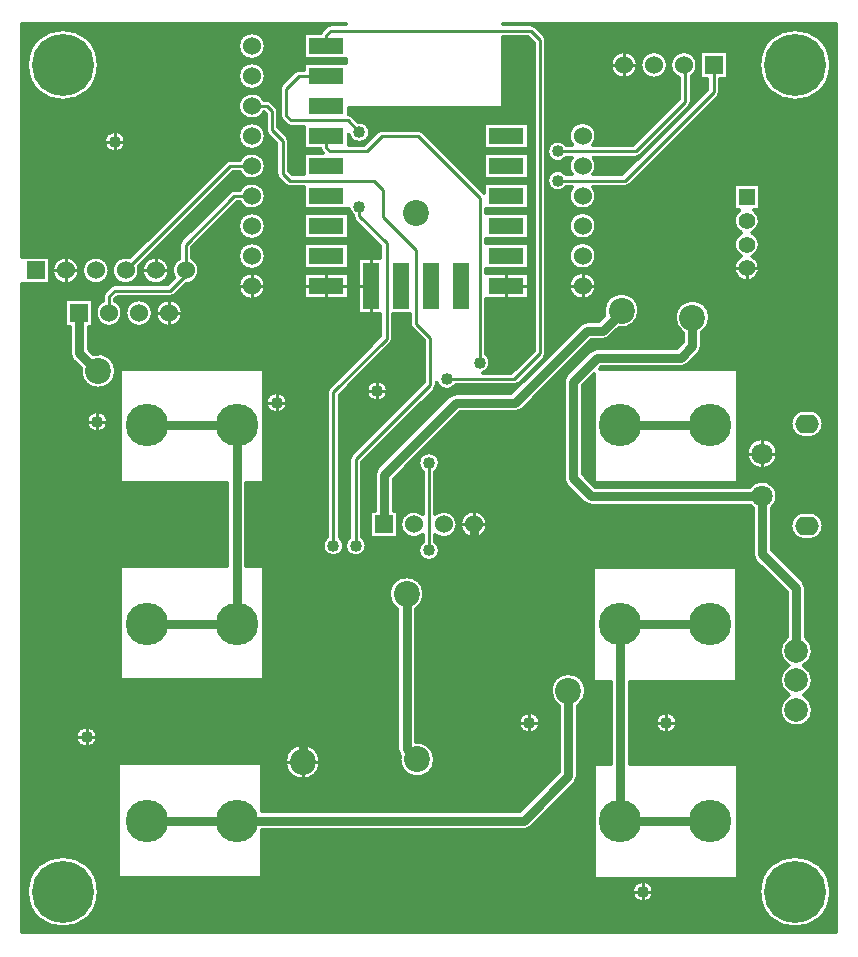
<source format=gbl>
G04 DesignSpark PCB Gerber Version 10.0 Build 5299*
%FSLAX35Y35*%
%MOMM*%
%ADD74R,1.35000X3.90000*%
%ADD120R,1.52400X1.52400*%
%ADD12C,0.25400*%
%ADD11C,0.30480*%
%ADD26C,0.80000*%
%ADD28C,1.01600*%
%ADD88C,1.40000*%
%ADD15C,1.52400*%
%ADD29C,1.80000*%
%ADD80C,2.00000*%
%ADD27C,2.20000*%
%ADD85C,3.60000*%
%ADD119O,2.00000X1.60000*%
%ADD73R,3.00000X1.35000*%
%ADD81C,5.25000*%
%ADD87R,1.42000X1.40000*%
%ADD89R,1.53000X1.52400*%
%ADD86R,1.54000X1.52400*%
X0Y0D02*
D02*
D11*
X1001120Y6258440D02*
Y771120D01*
X7889360D01*
Y8459360D01*
X5075240D01*
Y8458580D01*
X5305180D01*
G75*
G02*
X5342960Y8442960I70J-53340D01*
G01*
X5422960Y8362960D01*
G75*
G02*
X5438580Y8325240I-37720J-37720D01*
G01*
Y5675240D01*
G75*
G02*
X5422960Y5637520I-53340J0D01*
G01*
X5202960Y5417520D01*
G75*
G02*
X5165180Y5401900I-37710J37720D01*
G01*
X4669510D01*
G75*
G02*
X4508580Y5426060I-74270J53340D01*
G01*
Y5405240D01*
G75*
G02*
X4492960Y5367520I-53340J0D01*
G01*
X3878580Y4753150D01*
Y4119510D01*
G75*
G02*
X3916680Y4045240I-53340J-74270D01*
G01*
G75*
G02*
X3733800I-91440J0D01*
G01*
G75*
G02*
X3771900Y4119510I91440J0D01*
G01*
Y4775240D01*
G75*
G02*
X3787520Y4812960I53340J0D01*
G01*
X4401900Y5427330D01*
Y5783150D01*
X4297520Y5887520D01*
G75*
G02*
X4281900Y5925240I37720J37720D01*
G01*
Y6007640D01*
X4138580D01*
Y5795240D01*
G75*
G02*
X4122960Y5757520I-53340J0D01*
G01*
X3688580Y5323150D01*
Y4119510D01*
G75*
G02*
X3726680Y4045240I-53340J-74270D01*
G01*
G75*
G02*
X3543800I-91440J0D01*
G01*
G75*
G02*
X3581900Y4119510I91440J0D01*
G01*
Y5345240D01*
G75*
G02*
X3597520Y5382960I53340J0D01*
G01*
X4031900Y5817330D01*
Y6007640D01*
X3848140D01*
Y6478840D01*
X4031900D01*
Y6583150D01*
X3817520Y6797520D01*
G75*
G02*
X3801900Y6835240I37720J37720D01*
G01*
Y6840970D01*
G75*
G02*
X3765610Y6897140I53340J74270D01*
G01*
X3384640D01*
Y7081900D01*
X3265300D01*
G75*
G02*
X3227520Y7097520I-70J53340D01*
G01*
X3167520Y7157520D01*
G75*
G02*
X3151900Y7195240I37720J37720D01*
G01*
Y7453150D01*
X3077520Y7527520D01*
G75*
G02*
X3061900Y7565240I37720J37720D01*
G01*
Y7703150D01*
X3051150Y7713900D01*
X3049190D01*
G75*
G02*
X2828400Y7767240I-103950J53340D01*
G01*
G75*
G02*
X3049190Y7820580I116840J0D01*
G01*
X3073180D01*
G75*
G02*
X3110960Y7804960I70J-53340D01*
G01*
X3152960Y7762960D01*
G75*
G02*
X3168580Y7725240I-37720J-37720D01*
G01*
Y7587330D01*
X3242960Y7512960D01*
G75*
G02*
X3258580Y7475240I-37720J-37720D01*
G01*
Y7217330D01*
X3287330Y7188580D01*
X3384640D01*
Y7367340D01*
X3547710D01*
X3537520Y7377520D01*
G75*
G02*
X3522870Y7405140I37730J37710D01*
G01*
X3384640D01*
Y7591900D01*
X3275300D01*
G75*
G02*
X3237520Y7607520I-70J53340D01*
G01*
X3197520Y7647520D01*
G75*
G02*
X3181900Y7685240I37720J37720D01*
G01*
Y7915240D01*
G75*
G02*
X3197520Y7952960I53340J0D01*
G01*
X3303520Y8058960D01*
G75*
G02*
X3341300Y8074580I37710J-37720D01*
G01*
X3384640D01*
Y8129340D01*
X3745240D01*
Y8167140D01*
X3384640D01*
Y8383340D01*
X3525060D01*
G75*
G02*
X3537520Y8402960I50180J-18100D01*
G01*
X3577520Y8442960D01*
G75*
G02*
X3615300Y8458580I37710J-37720D01*
G01*
X3745240D01*
Y8459360D01*
X1001120D01*
Y6492040D01*
X1232040D01*
Y6258440D01*
X1001120D01*
X6741240Y8232040D02*
X6975540D01*
Y7998440D01*
X6908580D01*
Y7885240D01*
G75*
G02*
X6892960Y7847520I-53340J0D01*
G01*
X6142960Y7097520D01*
G75*
G02*
X6105180Y7081900I-37710J37720D01*
G01*
X5835110D01*
G75*
G02*
X5862080Y7007240I-89870J-74670D01*
G01*
G75*
G02*
X5628400I-116840J0D01*
G01*
G75*
G02*
X5655370Y7081900I116840J-10D01*
G01*
X5609510D01*
G75*
G02*
X5443800Y7135240I-74270J53340D01*
G01*
G75*
G02*
X5609510Y7188580I91440J0D01*
G01*
X5653740D01*
G75*
G02*
X5652190Y7331900I91500J72660D01*
G01*
X5609510D01*
G75*
G02*
X5443800Y7385240I-74270J53340D01*
G01*
G75*
G02*
X5609510Y7438580I91440J0D01*
G01*
X5657070D01*
G75*
G02*
X5628400Y7515240I88180J76670D01*
G01*
G75*
G02*
X5862080I116840J0D01*
G01*
G75*
G02*
X5833420Y7438580I-116840J-10D01*
G01*
X6173150D01*
X6561900Y7827330D01*
Y8006410D01*
G75*
G02*
X6604410Y8232080I42510J108830D01*
G01*
G75*
G02*
X6668580Y8017600I0J-116840D01*
G01*
Y7805240D01*
G75*
G02*
X6652960Y7767520I-53340J0D01*
G01*
X6232960Y7347520D01*
G75*
G02*
X6195180Y7331900I-37710J37720D01*
G01*
X5838290D01*
G75*
G02*
X5836740Y7188580I-93050J-70660D01*
G01*
X6083150D01*
X6801900Y7907330D01*
Y7998440D01*
X6741240D01*
Y8232040D01*
X7635880Y3270470D02*
G75*
G02*
X7619700Y3030240I-80640J-115230D01*
G01*
G75*
G02*
Y2780240I-64460J-125000D01*
G01*
G75*
G02*
X7695880Y2655240I-64460J-125000D01*
G01*
G75*
G02*
X7414600I-140640J0D01*
G01*
G75*
G02*
X7490780Y2780240I140640J0D01*
G01*
G75*
G02*
Y3030240I64460J125000D01*
G01*
G75*
G02*
X7474600Y3270470I64470J125000D01*
G01*
Y3651840D01*
X7208220Y3918220D01*
G75*
G02*
X7184600Y3975240I57020J57020D01*
G01*
Y4362460D01*
G75*
G02*
X7162460Y4384600I80640J102780D01*
G01*
X5815290D01*
G75*
G02*
X5758220Y4408220I-40J80650D01*
G01*
X5608220Y4558220D01*
G75*
G02*
X5584600Y4615240I57020J57020D01*
G01*
Y5435240D01*
G75*
G02*
X5608220Y5492260I80640J0D01*
G01*
X5808220Y5692260D01*
G75*
G02*
X5865290Y5715880I57030J-57030D01*
G01*
X6541840D01*
X6594600Y5768640D01*
Y5848000D01*
G75*
G02*
X6524600Y5975240I80640J127240D01*
G01*
G75*
G02*
X6825880I150640J0D01*
G01*
G75*
G02*
X6755880Y5848000I-150640J0D01*
G01*
Y5735240D01*
G75*
G02*
X6732260Y5678220I-80640J0D01*
G01*
X6632260Y5578220D01*
G75*
G02*
X6575190Y5554600I-57030J57030D01*
G01*
X5898640D01*
X5889280Y5545240D01*
X7065240D01*
Y4575240D01*
X5845240D01*
Y5048450D01*
G75*
G02*
Y5082030I219910J16790D01*
G01*
Y5501200D01*
X5745880Y5401840D01*
Y4648640D01*
X5848640Y4545880D01*
X7162460D01*
G75*
G02*
X7395880Y4465240I102780J-80640D01*
G01*
G75*
G02*
X7345880Y4362460I-130640J0D01*
G01*
Y4008640D01*
X7612260Y3742260D01*
G75*
G02*
X7635880Y3685240I-57020J-57020D01*
G01*
Y3270470D01*
X7242100Y1115240D02*
G75*
G02*
X7848380I303140J0D01*
G01*
G75*
G02*
X7242100I-303140J0D01*
G01*
X6145880Y2195240D02*
X7065240D01*
Y1225240D01*
X5845240D01*
Y1698450D01*
G75*
G02*
Y1732030I219910J16790D01*
G01*
Y2195240D01*
X5984600D01*
Y2895240D01*
X5835240D01*
Y3865240D01*
X7055240D01*
Y2895240D01*
X6145880D01*
Y2195240D01*
X6363800Y2545240D02*
G75*
G02*
X6546680I91440J0D01*
G01*
G75*
G02*
X6363800I-91440J0D01*
G01*
X6163800Y1115240D02*
G75*
G02*
X6346680I91440J0D01*
G01*
G75*
G02*
X6163800I-91440J0D01*
G01*
X5924600Y6035240D02*
G75*
G02*
X6225880I150640J0D01*
G01*
G75*
G02*
X6050660Y5886620I-150640J0D01*
G01*
X5972260Y5808220D01*
G75*
G02*
X5915190Y5784600I-57030J57030D01*
G01*
X5818640D01*
X5232260Y5198220D01*
G75*
G02*
X5175190Y5174600I-57030J57030D01*
G01*
X4708640D01*
X4145880Y4611840D01*
Y4342040D01*
X4179240D01*
Y4108440D01*
X3944940D01*
Y4342040D01*
X3984600D01*
Y4645240D01*
G75*
G02*
X4008220Y4702260I80640J0D01*
G01*
X4618220Y5312260D01*
G75*
G02*
X4675290Y5335880I57030J-57030D01*
G01*
X5141840D01*
X5728220Y5922260D01*
G75*
G02*
X5785290Y5945880I57030J-57030D01*
G01*
X5881840D01*
X5930270Y5994310D01*
G75*
G02*
X5924600Y6035240I144970J40940D01*
G01*
X5474600Y2815240D02*
G75*
G02*
X5775880I150640J0D01*
G01*
G75*
G02*
X5705880Y2688000I-150640J0D01*
G01*
Y2095240D01*
G75*
G02*
X5682260Y2038220I-80640J0D01*
G01*
X5302260Y1658220D01*
G75*
G02*
X5245190Y1634600I-57030J57030D01*
G01*
X3035240D01*
Y1235240D01*
X1815240D01*
Y2205240D01*
X3035240D01*
Y1795880D01*
X5211840D01*
X5544600Y2128640D01*
Y2688000D01*
G75*
G02*
X5474600Y2815240I80640J127240D01*
G01*
X5203800Y2545240D02*
G75*
G02*
X5386680I91440J0D01*
G01*
G75*
G02*
X5203800I-91440J0D01*
G01*
X4498580Y4317660D02*
G75*
G02*
X4686910Y4225240I71490J-92420D01*
G01*
G75*
G02*
X4498580Y4132820I-116840J0D01*
G01*
Y4079510D01*
G75*
G02*
X4536680Y4005240I-53340J-74270D01*
G01*
G75*
G02*
X4353800I-91440J0D01*
G01*
G75*
G02*
X4391900Y4079510I91440J0D01*
G01*
Y4136350D01*
G75*
G02*
X4199230Y4225240I-75830J88890D01*
G01*
G75*
G02*
X4391900Y4314130I116840J0D01*
G01*
Y4670970D01*
G75*
G02*
X4353800Y4745240I53340J74270D01*
G01*
G75*
G02*
X4536680I91440J0D01*
G01*
G75*
G02*
X4498580Y4670970I-91440J0D01*
G01*
Y4317660D01*
X4824070Y4342080D02*
G75*
G02*
X4940910Y4225240I0J-116840D01*
G01*
G75*
G02*
X4824070Y4108400I-116840J0D01*
G01*
G75*
G02*
X4707230Y4225240I0J116840D01*
G01*
G75*
G02*
X4824070Y4342080I116840J0D01*
G01*
X4335880Y2385590D02*
G75*
G02*
X4495880Y2235240I9360J-150350D01*
G01*
G75*
G02*
X4194600I-150640J0D01*
G01*
G75*
G02*
X4198250Y2268190I150650J-10D01*
G01*
X4198220Y2268220D01*
G75*
G02*
X4174600Y2325240I57020J57020D01*
G01*
Y3508000D01*
G75*
G02*
X4104600Y3635240I80640J127240D01*
G01*
G75*
G02*
X4405880I150640J0D01*
G01*
G75*
G02*
X4335880Y3508000I-150640J0D01*
G01*
Y2385590D01*
X5628400Y6245240D02*
G75*
G02*
X5862080I116840J0D01*
G01*
G75*
G02*
X5628400I-116840J0D01*
G01*
Y6499240D02*
G75*
G02*
X5862080I116840J0D01*
G01*
G75*
G02*
X5628400I-116840J0D01*
G01*
Y6753240D02*
G75*
G02*
X5862080I116840J0D01*
G01*
G75*
G02*
X5628400I-116840J0D01*
G01*
X6096410Y8232080D02*
G75*
G02*
X6213250Y8115240I0J-116840D01*
G01*
G75*
G02*
X6096410Y7998400I-116840J0D01*
G01*
G75*
G02*
X5979570Y8115240I0J116840D01*
G01*
G75*
G02*
X6096410Y8232080I116840J0D01*
G01*
X6350410D02*
G75*
G02*
X6467250Y8115240I0J-116840D01*
G01*
G75*
G02*
X6350410Y7998400I-116840J0D01*
G01*
G75*
G02*
X6233570Y8115240I0J116840D01*
G01*
G75*
G02*
X6350410Y8232080I116840J0D01*
G01*
X7023640Y7105840D02*
X7246840D01*
Y6884640D01*
X7200420D01*
G75*
G02*
X7182580Y6695240I-65180J-89400D01*
G01*
G75*
G02*
Y6495240I-47340J-100000D01*
G01*
G75*
G02*
X7135240Y6284600I-47340J-100000D01*
G01*
G75*
G02*
X7087900Y6495240I0J110640D01*
G01*
G75*
G02*
Y6695240I47340J100000D01*
G01*
G75*
G02*
X7070060Y6884640I47340J100000D01*
G01*
X7023640D01*
Y7105840D01*
X7134600Y4825240D02*
G75*
G02*
X7395880I130640J0D01*
G01*
G75*
G02*
X7134600I-130640J0D01*
G01*
X7242100Y8115240D02*
G75*
G02*
X7848380I303140J0D01*
G01*
G75*
G02*
X7242100I-303140J0D01*
G01*
X7665240Y4333840D02*
G75*
G02*
X7785840Y4213240I0J-120600D01*
G01*
G75*
G02*
X7665240Y4092640I-120600J0D01*
G01*
X7625240D01*
G75*
G02*
X7504640Y4213240I0J120600D01*
G01*
G75*
G02*
X7625240Y4333840I120600J0D01*
G01*
X7665240D01*
Y5197840D02*
G75*
G02*
X7785840Y5077240I0J-120600D01*
G01*
G75*
G02*
X7665240Y4956640I-120600J0D01*
G01*
X7625240D01*
G75*
G02*
X7504640Y5077240I0J120600D01*
G01*
G75*
G02*
X7625240Y5197840I120600J0D01*
G01*
X7665240D01*
X3913800Y5355240D02*
G75*
G02*
X4096680I91440J0D01*
G01*
G75*
G02*
X3913800I-91440J0D01*
G01*
X3384640Y6351340D02*
X3765840D01*
Y6135140D01*
X3384640D01*
Y6351340D01*
Y6605340D02*
X3765840D01*
Y6389140D01*
X3384640D01*
Y6605340D01*
Y6859340D02*
X3765840D01*
Y6643140D01*
X3384640D01*
Y6859340D01*
X3063800Y5255240D02*
G75*
G02*
X3246680I91440J0D01*
G01*
G75*
G02*
X3063800I-91440J0D01*
G01*
X3224600Y2215240D02*
G75*
G02*
X3525880I150640J0D01*
G01*
G75*
G02*
X3224600I-150640J0D01*
G01*
X1042100Y8115240D02*
G75*
G02*
X1648380I303140J0D01*
G01*
G75*
G02*
X1042100I-303140J0D01*
G01*
X1623240Y6492080D02*
G75*
G02*
Y6258400I0J-116840D01*
G01*
G75*
G02*
X1506400Y6375240I0J116840D01*
G01*
G75*
G02*
X1623240Y6492080I116840J0D01*
G01*
X2841290Y7312580D02*
G75*
G02*
X3062080Y7259240I103950J-53340D01*
G01*
G75*
G02*
X2841290Y7205900I-116840J0D01*
G01*
X2783330D01*
X1988460Y6411030D01*
G75*
G02*
X1883720Y6258580I-111220J-35790D01*
G01*
X2124760D01*
G75*
G02*
X2131240Y6492080I6480J116660D01*
G01*
G75*
G02*
X2137720Y6258580I0J-116840D01*
G01*
X2233150D01*
X2286830Y6312260D01*
G75*
G02*
X2331900Y6479190I98410J62980D01*
G01*
Y6595240D01*
G75*
G02*
X2347520Y6632960I53340J0D01*
G01*
X2757520Y7042960D01*
G75*
G02*
X2795300Y7058580I37710J-37720D01*
G01*
X2841290D01*
G75*
G02*
X3062080Y7005240I103950J-53340D01*
G01*
G75*
G02*
X2841290Y6951900I-116840J0D01*
G01*
X2817330D01*
X2438580Y6573150D01*
Y6479190D01*
G75*
G02*
X2385240Y6258400I-53340J-103950D01*
G01*
G75*
G02*
X2383840Y6258410I140J117100D01*
G01*
X2292960Y6167520D01*
G75*
G02*
X2255180Y6151900I-37710J37720D01*
G01*
X1808160D01*
X1789410Y6133150D01*
Y6119190D01*
G75*
G02*
X1736070Y5898400I-53340J-103950D01*
G01*
G75*
G02*
X1682730Y6119190I0J116840D01*
G01*
Y6155240D01*
G75*
G02*
X1698350Y6192960I53340J0D01*
G01*
X1748350Y6242960D01*
G75*
G02*
X1786130Y6258580I37710J-37720D01*
G01*
X1870760D01*
G75*
G02*
X1877240Y6492080I6480J116660D01*
G01*
G75*
G02*
X1913030Y6486460I-10J-116840D01*
G01*
X2723520Y7296960D01*
G75*
G02*
X2761300Y7312580I37710J-37720D01*
G01*
X2841290D01*
X2828400Y6243240D02*
G75*
G02*
X3062080I116840J0D01*
G01*
G75*
G02*
X2828400I-116840J0D01*
G01*
Y6497240D02*
G75*
G02*
X3062080I116840J0D01*
G01*
G75*
G02*
X2828400I-116840J0D01*
G01*
Y6751240D02*
G75*
G02*
X3062080I116840J0D01*
G01*
G75*
G02*
X2828400I-116840J0D01*
G01*
X1990070Y6132080D02*
G75*
G02*
X2106910Y6015240I0J-116840D01*
G01*
G75*
G02*
X1990070Y5898400I-116840J0D01*
G01*
G75*
G02*
X1873230Y6015240I0J116840D01*
G01*
G75*
G02*
X1990070Y6132080I116840J0D01*
G01*
X2244070D02*
G75*
G02*
X2360910Y6015240I0J-116840D01*
G01*
G75*
G02*
X2244070Y5898400I-116840J0D01*
G01*
G75*
G02*
X2127230Y6015240I0J116840D01*
G01*
G75*
G02*
X2244070Y6132080I116840J0D01*
G01*
X1825240Y5545240D02*
X3045240D01*
Y4575240D01*
X2895880D01*
Y3875240D01*
X3045240D01*
Y2905240D01*
X1825240D01*
Y3875240D01*
X2734600D01*
Y4575240D01*
X1825240D01*
Y5545240D01*
X1369240Y6492080D02*
G75*
G02*
X1486080Y6375240I0J-116840D01*
G01*
G75*
G02*
X1369240Y6258400I-116840J0D01*
G01*
G75*
G02*
X1252400Y6375240I0J116840D01*
G01*
G75*
G02*
X1369240Y6492080I116840J0D01*
G01*
X1604310Y5670210D02*
G75*
G02*
X1795880Y5525240I40930J-144970D01*
G01*
G75*
G02*
X1494600I-150640J0D01*
G01*
G75*
G02*
X1496620Y5549820I150660J-10D01*
G01*
X1425050Y5621390D01*
G75*
G02*
X1401430Y5678410I57020J57020D01*
G01*
Y5898440D01*
X1364440D01*
Y6132040D01*
X1599740D01*
Y5898440D01*
X1562710D01*
Y5711810D01*
X1604310Y5670210D01*
X1543800Y5095240D02*
G75*
G02*
X1726680I91440J0D01*
G01*
G75*
G02*
X1543800I-91440J0D01*
G01*
X1453800Y2425240D02*
G75*
G02*
X1636680I91440J0D01*
G01*
G75*
G02*
X1453800I-91440J0D01*
G01*
X1693800Y7465240D02*
G75*
G02*
X1876680I91440J0D01*
G01*
G75*
G02*
X1693800I-91440J0D01*
G01*
X2828400Y7513240D02*
G75*
G02*
X3062080I116840J0D01*
G01*
G75*
G02*
X2828400I-116840J0D01*
G01*
Y8021240D02*
G75*
G02*
X3062080I116840J0D01*
G01*
G75*
G02*
X2828400I-116840J0D01*
G01*
Y8275240D02*
G75*
G02*
X3062080I116840J0D01*
G01*
G75*
G02*
X2828400I-116840J0D01*
G01*
X1042100Y1115240D02*
G75*
G02*
X1648380I303140J0D01*
G01*
G75*
G02*
X1042100I-303140J0D01*
G01*
X1016360D02*
G36*
X1016360Y1115240D02*
Y786360D01*
X7874120D01*
Y1115240D01*
X7848380D01*
G75*
G02*
X7242100I-303140J0D01*
G01*
X6346680D01*
G75*
G02*
X6163800I-91440J0D01*
G01*
X1648380D01*
G75*
G02*
X1042100I-303140J0D01*
G01*
X1016360D01*
G37*
Y2215240D02*
G36*
X1016360Y2215240D02*
Y1115240D01*
X1042100D01*
G75*
G02*
X1648380I303140J0D01*
G01*
X6163800D01*
G75*
G02*
X6346680I91440J0D01*
G01*
X7242100D01*
G75*
G02*
X7848380I303140J0D01*
G01*
X7874120D01*
Y2215240D01*
X6145880D01*
Y2195240D01*
X7065240D01*
Y1225240D01*
X5845240D01*
Y1698450D01*
G75*
G02*
X5844600Y1715240I219960J16790D01*
G01*
G75*
G02*
X5845240Y1732030I220600J0D01*
G01*
Y2195240D01*
X5984600D01*
Y2215240D01*
X5705880D01*
Y2095240D01*
G75*
G02*
X5682260Y2038220I-80650J10D01*
G01*
X5302260Y1658220D01*
G75*
G02*
X5245190Y1634600I-57020J57010D01*
G01*
X3035240D01*
Y1235240D01*
X1815240D01*
Y2205240D01*
X3035240D01*
Y1795880D01*
X5211840D01*
X5544600Y2128640D01*
Y2215240D01*
X4494550D01*
G75*
G02*
X4195930I-149310J20000D01*
G01*
X3525880D01*
G75*
G02*
X3224600I-150640J0D01*
G01*
X1016360D01*
G37*
Y2425240D02*
G36*
X1016360Y2425240D02*
Y2215240D01*
X3224600D01*
G75*
G02*
X3525880I150640J0D01*
G01*
X4195930D01*
G75*
G02*
X4194600Y2235240I149320J19970D01*
G01*
G75*
G02*
X4198250Y2268190I151260J-80D01*
G01*
X4198220Y2268220D01*
G75*
G02*
X4174600Y2325240I57030J57030D01*
G01*
Y2425240D01*
X1636680D01*
G75*
G02*
X1453800I-91440J0D01*
G01*
X1016360D01*
G37*
X4335880D02*
G36*
X4335880Y2425240D02*
Y2385590D01*
G75*
G02*
X4495880Y2235250I9370J-150340D01*
G01*
G75*
G02*
Y2235240I-190990J0D01*
G01*
G75*
G02*
X4494550Y2215240I-150650J-30D01*
G01*
X5544600D01*
Y2425240D01*
X4335880D01*
G37*
X5705880D02*
G36*
X5705880Y2425240D02*
Y2215240D01*
X5984600D01*
Y2425240D01*
X5705880D01*
G37*
X6145880D02*
G36*
X6145880Y2425240D02*
Y2215240D01*
X7874120D01*
Y2425240D01*
X6145880D01*
G37*
X1016360Y2545240D02*
G36*
X1016360Y2545240D02*
Y2425240D01*
X1453800D01*
G75*
G02*
X1636680I91440J0D01*
G01*
X4174600D01*
Y2545240D01*
X1016360D01*
G37*
X4335880D02*
G36*
X4335880Y2545240D02*
Y2425240D01*
X5544600D01*
Y2545240D01*
X5386680D01*
G75*
G02*
X5203800I-91440J0D01*
G01*
X4335880D01*
G37*
X5705880D02*
G36*
X5705880Y2545240D02*
Y2425240D01*
X5984600D01*
Y2545240D01*
X5705880D01*
G37*
X6145880D02*
G36*
X6145880Y2545240D02*
Y2425240D01*
X7874120D01*
Y2545240D01*
X7642870D01*
G75*
G02*
X7467610I-87630J110000D01*
G01*
X6546680D01*
G75*
G02*
X6363800I-91440J0D01*
G01*
X6145880D01*
G37*
X1016360Y4213240D02*
G36*
X1016360Y4213240D02*
Y2545240D01*
X4174600D01*
Y3508000D01*
G75*
G02*
X4104600Y3635240I80680J127260D01*
G01*
G75*
G02*
X4405880I150640J0D01*
G01*
G75*
G02*
X4335880Y3508000I-150680J20D01*
G01*
Y2545240D01*
X5203800D01*
G75*
G02*
X5386680I91440J0D01*
G01*
X5544600D01*
Y2688000D01*
G75*
G02*
X5474600Y2815240I80680J127260D01*
G01*
G75*
G02*
X5775880I150640J0D01*
G01*
G75*
G02*
X5705880Y2688000I-150680J20D01*
G01*
Y2545240D01*
X5984600D01*
Y2895240D01*
X5835240D01*
Y3865240D01*
X7055240D01*
Y2895240D01*
X6145880D01*
Y2545240D01*
X6363800D01*
G75*
G02*
X6546680I91440J0D01*
G01*
X7467610D01*
G75*
G02*
X7414600Y2655240I87630J110000D01*
G01*
G75*
G02*
Y2655250I114590J10D01*
G01*
G75*
G02*
X7490780Y2780240I140620J0D01*
G01*
G75*
G02*
X7414600Y2905240I64460J125000D01*
G01*
G75*
G02*
X7490780Y3030240I140640J0D01*
G01*
G75*
G02*
X7414600Y3155240I64470J125000D01*
G01*
G75*
G02*
X7474600Y3270470I140650J0D01*
G01*
Y3651840D01*
X7208220Y3918220D01*
G75*
G02*
X7184600Y3975240I57030J57030D01*
G01*
Y4213240D01*
X4940290D01*
G75*
G02*
X4824070Y4108400I-116220J11990D01*
G01*
G75*
G02*
X4707850Y4213240I0J116830D01*
G01*
X4686290D01*
G75*
G02*
X4498580Y4132820I-116230J12010D01*
G01*
Y4079510D01*
G75*
G02*
X4536680Y4005250I-53320J-74260D01*
G01*
G75*
G02*
Y4005240I-95490J0D01*
G01*
G75*
G02*
X4353800I-91440J0D01*
G01*
G75*
G02*
Y4005250I95490J10D01*
G01*
G75*
G02*
X4391900Y4079510I91420J0D01*
G01*
Y4136350D01*
G75*
G02*
X4199850Y4213240I-75830J88890D01*
G01*
X4179240D01*
Y4108440D01*
X3944940D01*
Y4213240D01*
X3878580D01*
Y4119510D01*
G75*
G02*
X3916680Y4045250I-53320J-74260D01*
G01*
G75*
G02*
Y4045240I-95490J0D01*
G01*
G75*
G02*
X3733800I-91440J0D01*
G01*
G75*
G02*
Y4045250I95490J10D01*
G01*
G75*
G02*
X3771900Y4119510I91420J0D01*
G01*
Y4213240D01*
X3688580D01*
Y4119510D01*
G75*
G02*
X3726680Y4045250I-53320J-74260D01*
G01*
G75*
G02*
Y4045240I-95490J0D01*
G01*
G75*
G02*
X3543800I-91440J0D01*
G01*
G75*
G02*
Y4045250I95490J10D01*
G01*
G75*
G02*
X3581900Y4119510I91420J0D01*
G01*
Y4213240D01*
X2895880D01*
Y3875240D01*
X3045240D01*
Y2905240D01*
X1825240D01*
Y3875240D01*
X2734600D01*
Y4213240D01*
X1016360D01*
G37*
X7345880D02*
G36*
X7345880Y4213240D02*
Y4008640D01*
X7612260Y3742260D01*
G75*
G02*
X7635880Y3685240I-57030J-57030D01*
G01*
Y3270470D01*
G75*
G02*
X7695880Y3155240I-80650J-115230D01*
G01*
G75*
G02*
X7619700Y3030240I-140650J0D01*
G01*
G75*
G02*
X7695880Y2905240I-64460J-125000D01*
G01*
G75*
G02*
X7619700Y2780240I-140640J0D01*
G01*
G75*
G02*
X7695880Y2655250I-64440J-124990D01*
G01*
G75*
G02*
Y2655240I-114590J0D01*
G01*
G75*
G02*
X7642870Y2545240I-140640J0D01*
G01*
X7874120D01*
Y4213240D01*
X7785840D01*
G75*
G02*
Y4213230I-143240J0D01*
G01*
G75*
G02*
X7665240Y4092640I-120600J0D01*
G01*
X7625240D01*
G75*
G02*
X7504640Y4213230I0J120590D01*
G01*
G75*
G02*
Y4213240I143240J10D01*
G01*
X7345880D01*
G37*
X1016360Y4320240D02*
G36*
X1016360Y4320240D02*
Y4213240D01*
X2734600D01*
Y4320240D01*
X1016360D01*
G37*
X2895880D02*
G36*
X2895880Y4320240D02*
Y4213240D01*
X3581900D01*
Y4320240D01*
X2895880D01*
G37*
X3688580D02*
G36*
X3688580Y4320240D02*
Y4213240D01*
X3771900D01*
Y4320240D01*
X3688580D01*
G37*
X3878580D02*
G36*
X3878580Y4320240D02*
Y4213240D01*
X3944940D01*
Y4320240D01*
X3878580D01*
G37*
X4179240D02*
G36*
X4179240Y4320240D02*
Y4213240D01*
X4199850D01*
G75*
G02*
X4199230Y4225240I116240J12020D01*
G01*
G75*
G02*
X4248050Y4320240I116840J0D01*
G01*
X4179240D01*
G37*
X4384090D02*
G36*
X4384090Y4320240D02*
G75*
G02*
X4391900Y4314130I-68020J-95000D01*
G01*
Y4320240D01*
X4384090D01*
G37*
X4498580D02*
G36*
X4498580Y4320240D02*
Y4317660D01*
G75*
G02*
X4502050Y4320240I71490J-92520D01*
G01*
X4498580D01*
G37*
X4686910Y4225240D02*
G36*
X4686910Y4225240D02*
G75*
G02*
X4686290Y4213240I-116860J20D01*
G01*
X4707850D01*
G75*
G02*
X4707230Y4225230I116180J12020D01*
G01*
G75*
G02*
Y4225240I286480J10D01*
G01*
G75*
G02*
Y4225250I286480J10D01*
G01*
G75*
G02*
X4756050Y4320240I116830J-10D01*
G01*
X4638080D01*
G75*
G02*
X4686910Y4225240I-68020J-95010D01*
G01*
G37*
X4940910Y4225230D02*
G36*
X4940910Y4225230D02*
G75*
G02*
X4940290Y4213240I-116800J30D01*
G01*
X7184600D01*
Y4320240D01*
X4892090D01*
G75*
G02*
X4940910Y4225250I-68010J-95000D01*
G01*
G75*
G02*
Y4225240I-286480J0D01*
G01*
G75*
G02*
Y4225230I-286480J0D01*
G01*
G37*
X7345880Y4320240D02*
G36*
X7345880Y4320240D02*
Y4213240D01*
X7504640D01*
G75*
G02*
Y4213250I143240J10D01*
G01*
G75*
G02*
X7569600Y4320240I120590J0D01*
G01*
X7345880D01*
G37*
X7785840Y4213250D02*
G36*
X7785840Y4213250D02*
G75*
G02*
Y4213240I-143240J0D01*
G01*
X7874120D01*
Y4320240D01*
X7720880D01*
G75*
G02*
X7785840Y4213250I-55630J-106990D01*
G01*
G37*
X1016360Y4825240D02*
G36*
X1016360Y4825240D02*
Y4320240D01*
X2734600D01*
Y4575240D01*
X1825240D01*
Y4825240D01*
X1016360D01*
G37*
X2895880Y4575240D02*
G36*
X2895880Y4575240D02*
Y4320240D01*
X3581900D01*
Y4825240D01*
X3045240D01*
Y4575240D01*
X2895880D01*
G37*
X3688580Y4825240D02*
G36*
X3688580Y4825240D02*
Y4320240D01*
X3771900D01*
Y4775240D01*
G75*
G02*
X3787520Y4812960I53380J-10D01*
G01*
X3799800Y4825240D01*
X3688580D01*
G37*
X3878580Y4753150D02*
G36*
X3878580Y4753150D02*
Y4320240D01*
X3944940D01*
Y4342040D01*
X3984600D01*
Y4645240D01*
G75*
G02*
X4008220Y4702260I80650J-10D01*
G01*
X4131200Y4825240D01*
X3950670D01*
X3878580Y4753150D01*
G37*
X4145880Y4611840D02*
G36*
X4145880Y4611840D02*
Y4342040D01*
X4179240D01*
Y4320240D01*
X4248050D01*
G75*
G02*
X4384090I68020J-95010D01*
G01*
X4391900D01*
Y4670970D01*
G75*
G02*
X4353800Y4745230I53320J74260D01*
G01*
G75*
G02*
Y4745240I95490J10D01*
G01*
G75*
G02*
X4400950Y4825240I91440J0D01*
G01*
X4359280D01*
X4145880Y4611840D01*
G37*
X4498580Y4670970D02*
G36*
X4498580Y4670970D02*
Y4320240D01*
X4502050D01*
G75*
G02*
X4638080I68020J-95000D01*
G01*
X4756050D01*
G75*
G02*
X4824070Y4342080I68020J-94990D01*
G01*
G75*
G02*
X4892090Y4320240I0J-116830D01*
G01*
X7184600D01*
Y4362460D01*
G75*
G02*
X7162460Y4384600I80050J102190D01*
G01*
X5815290D01*
G75*
G02*
X5758220Y4408220I-50J80630D01*
G01*
X5608220Y4558220D01*
G75*
G02*
X5584600Y4615240I57030J57030D01*
G01*
Y4825240D01*
X4489530D01*
G75*
G02*
X4536680Y4745240I-44290J-80000D01*
G01*
G75*
G02*
Y4745230I-95490J0D01*
G01*
G75*
G02*
X4498580Y4670970I-91420J0D01*
G01*
G37*
X5745880Y4825240D02*
G36*
X5745880Y4825240D02*
Y4648640D01*
X5848640Y4545880D01*
X7162460D01*
G75*
G02*
X7395880Y4465240I102780J-80640D01*
G01*
G75*
G02*
Y4465220I-190990J-10D01*
G01*
G75*
G02*
X7345880Y4362460I-130600J0D01*
G01*
Y4320240D01*
X7569600D01*
G75*
G02*
X7625240Y4333840I55630J-106990D01*
G01*
X7665240D01*
G75*
G02*
X7720880Y4320240I10J-120590D01*
G01*
X7874120D01*
Y4825240D01*
X7395880D01*
G75*
G02*
X7134600I-130640J0D01*
G01*
X7065240D01*
Y4575240D01*
X5845240D01*
Y4825240D01*
X5745880D01*
G37*
X1016360Y5077240D02*
G36*
X1016360Y5077240D02*
Y4825240D01*
X1825240D01*
Y5077240D01*
X1724890D01*
G75*
G02*
X1545590I-89650J18000D01*
G01*
X1016360D01*
G37*
X3045240D02*
G36*
X3045240Y5077240D02*
Y4825240D01*
X3581900D01*
Y5077240D01*
X3045240D01*
G37*
X3688580D02*
G36*
X3688580Y5077240D02*
Y4825240D01*
X3799800D01*
X4051800Y5077240D01*
X3688580D01*
G37*
X3950670Y4825240D02*
G36*
X3950670Y4825240D02*
X4131200D01*
X4383200Y5077240D01*
X4202680D01*
X3950670Y4825240D01*
G37*
X4359280D02*
G36*
X4359280Y4825240D02*
X4400950D01*
G75*
G02*
X4489530I44290J-80010D01*
G01*
X5584600D01*
Y5077240D01*
X4611280D01*
X4359280Y4825240D01*
G37*
X5745880Y5077240D02*
G36*
X5745880Y5077240D02*
Y4825240D01*
X5845240D01*
Y5048450D01*
G75*
G02*
X5844600Y5065240I219960J16790D01*
G01*
G75*
G02*
X5844930Y5077240I220620J-60D01*
G01*
X5745880D01*
G37*
X7065240D02*
G36*
X7065240Y5077240D02*
Y4825240D01*
X7134600D01*
G75*
G02*
X7395880I130640J0D01*
G01*
X7874120D01*
Y5077240D01*
X7785840D01*
G75*
G02*
Y5077230I-143240J0D01*
G01*
G75*
G02*
X7665240Y4956640I-120600J0D01*
G01*
X7625240D01*
G75*
G02*
X7504640Y5077230I0J120590D01*
G01*
G75*
G02*
Y5077240I143240J10D01*
G01*
X7065240D01*
G37*
X1016360Y5255240D02*
G36*
X1016360Y5255240D02*
Y5077240D01*
X1545590D01*
G75*
G02*
X1543800Y5095240I89660J18000D01*
G01*
G75*
G02*
X1726680I91440J0D01*
G01*
G75*
G02*
X1724890Y5077240I-91450J0D01*
G01*
X1825240D01*
Y5255240D01*
X1016360D01*
G37*
X3045240D02*
G36*
X3045240Y5255240D02*
Y5077240D01*
X3581900D01*
Y5255240D01*
X3246680D01*
G75*
G02*
X3063800I-91440J0D01*
G01*
X3045240D01*
G37*
X3688580D02*
G36*
X3688580Y5255240D02*
Y5077240D01*
X4051800D01*
X4229810Y5255240D01*
X3688580D01*
G37*
X4380680D02*
G36*
X4380680Y5255240D02*
X4202680Y5077240D01*
X4383200D01*
X4561200Y5255240D01*
X4380680D01*
G37*
X4708640Y5174600D02*
G36*
X4708640Y5174600D02*
X4611280Y5077240D01*
X5584600D01*
Y5255240D01*
X5289280D01*
X5232260Y5198220D01*
G75*
G02*
X5175190Y5174600I-57020J57010D01*
G01*
X4708640D01*
G37*
X5745880Y5255240D02*
G36*
X5745880Y5255240D02*
Y5077240D01*
X5844930D01*
G75*
G02*
X5845240Y5082030I220230J-11850D01*
G01*
Y5255240D01*
X5745880D01*
G37*
X7065240D02*
G36*
X7065240Y5255240D02*
Y5077240D01*
X7504640D01*
G75*
G02*
Y5077250I143240J10D01*
G01*
G75*
G02*
X7625240Y5197840I120600J0D01*
G01*
X7665240D01*
G75*
G02*
X7785840Y5077250I0J-120590D01*
G01*
G75*
G02*
Y5077240I-143240J0D01*
G01*
X7874120D01*
Y5255240D01*
X7065240D01*
G37*
X1016360Y5355240D02*
G36*
X1016360Y5355240D02*
Y5255240D01*
X1825240D01*
Y5355240D01*
X1016360D01*
G37*
X3045240D02*
G36*
X3045240Y5355240D02*
Y5255240D01*
X3063800D01*
G75*
G02*
X3246680I91440J0D01*
G01*
X3581900D01*
Y5345240D01*
G75*
G02*
X3582850Y5355240I53380J-30D01*
G01*
X3045240D01*
G37*
X3688580Y5323150D02*
G36*
X3688580Y5323150D02*
Y5255240D01*
X4229810D01*
X4329810Y5355240D01*
X4096680D01*
G75*
G02*
X3913800I-91440J0D01*
G01*
X3720670D01*
X3688580Y5323150D01*
G37*
X4480680Y5355240D02*
G36*
X4480680Y5355240D02*
X4380680Y5255240D01*
X4561200D01*
X4618220Y5312260D01*
G75*
G02*
X4675290Y5335880I57020J-57010D01*
G01*
X5141840D01*
X5161200Y5355240D01*
X4480680D01*
G37*
X5389280D02*
G36*
X5389280Y5355240D02*
X5289280Y5255240D01*
X5584600D01*
Y5355240D01*
X5389280D01*
G37*
X5745880D02*
G36*
X5745880Y5355240D02*
Y5255240D01*
X5845240D01*
Y5355240D01*
X5745880D01*
G37*
X7065240D02*
G36*
X7065240Y5355240D02*
Y5255240D01*
X7874120D01*
Y5355240D01*
X7065240D01*
G37*
X1016360Y6015240D02*
G36*
X1016360Y6015240D02*
Y5355240D01*
X1825240D01*
Y5545240D01*
X3045240D01*
Y5355240D01*
X3582850D01*
G75*
G02*
X3597520Y5382960I52430J-10000D01*
G01*
X4031900Y5817330D01*
Y6007640D01*
X3848140D01*
Y6015240D01*
X2360910D01*
G75*
G02*
Y6015230I-286480J0D01*
G01*
G75*
G02*
X2244070Y5898400I-116840J0D01*
G01*
G75*
G02*
X2127230Y6015230I0J116830D01*
G01*
G75*
G02*
Y6015240I286480J10D01*
G01*
X2106910D01*
G75*
G02*
Y6015230I-286480J0D01*
G01*
G75*
G02*
X1990070Y5898400I-116840J0D01*
G01*
G75*
G02*
X1873230Y6015230I0J116830D01*
G01*
G75*
G02*
Y6015240I286480J10D01*
G01*
X1852910D01*
G75*
G02*
X1736070Y5898400I-116840J0D01*
G01*
G75*
G02*
X1619230Y6015240I0J116840D01*
G01*
X1599740D01*
Y5898440D01*
X1562710D01*
Y5711810D01*
X1604310Y5670210D01*
G75*
G02*
X1795880Y5525240I40930J-144970D01*
G01*
G75*
G02*
X1494600I-150640J0D01*
G01*
G75*
G02*
X1496620Y5549820I151830J-100D01*
G01*
X1425050Y5621390D01*
G75*
G02*
X1401430Y5678410I57030J57030D01*
G01*
Y5898440D01*
X1364440D01*
Y6015240D01*
X1016360D01*
G37*
X3720670Y5355240D02*
G36*
X3720670Y5355240D02*
X3913800D01*
G75*
G02*
X4096680I91440J0D01*
G01*
X4329810D01*
X4401900Y5427330D01*
Y5783150D01*
X4297520Y5887520D01*
G75*
G02*
X4281900Y5925240I37760J37730D01*
G01*
Y6007640D01*
X4138580D01*
Y5795240D01*
G75*
G02*
X4122960Y5757520I-53380J10D01*
G01*
X3720670Y5355240D01*
G37*
X4492960Y5367520D02*
G36*
X4492960Y5367520D02*
X4480680Y5355240D01*
X5161200D01*
X5728220Y5922260D01*
G75*
G02*
X5785290Y5945880I57020J-57010D01*
G01*
X5881840D01*
X5930270Y5994310D01*
G75*
G02*
X5925930Y6015240I144470J40870D01*
G01*
X5438580D01*
Y5675240D01*
G75*
G02*
X5422960Y5637520I-53380J10D01*
G01*
X5202960Y5417520D01*
G75*
G02*
X5165180Y5401900I-37720J37740D01*
G01*
X4669510D01*
G75*
G02*
X4508580Y5426060I-74270J53330D01*
G01*
Y5405240D01*
G75*
G02*
X4492960Y5367520I-53380J10D01*
G01*
G37*
X5389280Y5355240D02*
G36*
X5389280Y5355240D02*
X5584600D01*
Y5435240D01*
G75*
G02*
X5608220Y5492260I80650J-10D01*
G01*
X5808220Y5692260D01*
G75*
G02*
X5865290Y5715880I57020J-57010D01*
G01*
X6541840D01*
X6594600Y5768640D01*
Y5848000D01*
G75*
G02*
X6524600Y5975240I80680J127260D01*
G01*
G75*
G02*
X6530010Y6015240I150650J-10D01*
G01*
X6224550D01*
G75*
G02*
X6050660Y5886620I-149310J20000D01*
G01*
X5972260Y5808220D01*
G75*
G02*
X5915190Y5784600I-57020J57010D01*
G01*
X5818640D01*
X5389280Y5355240D01*
G37*
X5745880Y5401840D02*
G36*
X5745880Y5401840D02*
Y5355240D01*
X5845240D01*
Y5501200D01*
X5745880Y5401840D01*
G37*
X5898640Y5554600D02*
G36*
X5898640Y5554600D02*
X5889280Y5545240D01*
X7065240D01*
Y5355240D01*
X7874120D01*
Y6015240D01*
X6820470D01*
G75*
G02*
X6825880Y5975240I-145240J-40010D01*
G01*
G75*
G02*
X6755880Y5848000I-150680J20D01*
G01*
Y5735240D01*
G75*
G02*
X6732260Y5678220I-80650J10D01*
G01*
X6632260Y5578220D01*
G75*
G02*
X6575190Y5554600I-57020J57010D01*
G01*
X5898640D01*
G37*
X1016360Y6245240D02*
G36*
X1016360Y6245240D02*
Y6015240D01*
X1364440D01*
Y6132040D01*
X1599740D01*
Y6015240D01*
X1619230D01*
G75*
G02*
X1682730Y6119190I116840J0D01*
G01*
Y6155240D01*
G75*
G02*
X1698350Y6192960I53380J-10D01*
G01*
X1748350Y6242960D01*
G75*
G02*
X1750780Y6245240I37720J-37770D01*
G01*
X1016360D01*
G37*
X1789410Y6133150D02*
G36*
X1789410Y6133150D02*
Y6119190D01*
G75*
G02*
X1852910Y6015240I-53340J-103950D01*
G01*
X1873230D01*
G75*
G02*
Y6015250I286480J10D01*
G01*
G75*
G02*
X1990070Y6132080I116840J0D01*
G01*
G75*
G02*
X2106910Y6015250I0J-116830D01*
G01*
G75*
G02*
Y6015240I-286480J0D01*
G01*
X2127230D01*
G75*
G02*
Y6015250I286480J10D01*
G01*
G75*
G02*
X2244070Y6132080I116840J0D01*
G01*
G75*
G02*
X2360910Y6015250I0J-116830D01*
G01*
G75*
G02*
Y6015240I-286480J0D01*
G01*
X3848140D01*
Y6245240D01*
X3765840D01*
Y6135140D01*
X3384640D01*
Y6245240D01*
X3062060D01*
G75*
G02*
X3062080Y6243240I-116920J-2170D01*
G01*
G75*
G02*
X2828400I-116840J0D01*
G01*
G75*
G02*
X2828420Y6245240I116940J-170D01*
G01*
X2370670D01*
X2292960Y6167520D01*
G75*
G02*
X2255180Y6151900I-37720J37740D01*
G01*
X1808160D01*
X1789410Y6133150D01*
G37*
X5438580Y6245240D02*
G36*
X5438580Y6245240D02*
Y6015240D01*
X5925930D01*
G75*
G02*
X5924600Y6035180I148810J19940D01*
G01*
G75*
G02*
Y6035240I156260J30D01*
G01*
G75*
G02*
X6225880I150640J0D01*
G01*
G75*
G02*
X6224550Y6015240I-150650J-30D01*
G01*
X6530010D01*
G75*
G02*
X6820470I145230J-40000D01*
G01*
X7874120D01*
Y6245240D01*
X5862080D01*
G75*
G02*
X5628400I-116840J0D01*
G01*
X5438580D01*
G37*
X1016360Y6258440D02*
G36*
X1016360Y6258440D02*
Y6245240D01*
X1750780D01*
G75*
G02*
X1786130Y6258580I35290J-40010D01*
G01*
X1870760D01*
G75*
G02*
X1760400Y6375240I6480J116660D01*
G01*
X1740080D01*
G75*
G02*
X1623240Y6258400I-116840J0D01*
G01*
G75*
G02*
X1506400Y6375230I0J116830D01*
G01*
G75*
G02*
Y6375240I286480J10D01*
G01*
X1486080D01*
G75*
G02*
Y6375230I-286480J0D01*
G01*
G75*
G02*
X1369240Y6258400I-116840J0D01*
G01*
G75*
G02*
X1252400Y6375230I0J116830D01*
G01*
G75*
G02*
Y6375240I286480J10D01*
G01*
X1232040D01*
Y6258440D01*
X1016360D01*
G37*
X1994080Y6375240D02*
G36*
X1994080Y6375240D02*
G75*
G02*
X1883720Y6258580I-116840J0D01*
G01*
X2124760D01*
G75*
G02*
X2014400Y6375240I6480J116660D01*
G01*
X1994080D01*
G37*
X2137720Y6258580D02*
G36*
X2137720Y6258580D02*
X2233150D01*
X2286830Y6312260D01*
G75*
G02*
X2268400Y6375240I98410J62980D01*
G01*
X2248070D01*
G75*
G02*
X2137720Y6258580I-116840J0D01*
G01*
G37*
X2383840Y6258410D02*
G36*
X2383840Y6258410D02*
X2370670Y6245240D01*
X2828420D01*
G75*
G02*
X3062060I116820J-2000D01*
G01*
X3384640D01*
Y6351340D01*
X3765840D01*
Y6245240D01*
X3848140D01*
Y6375240D01*
X2502080D01*
G75*
G02*
X2385240Y6258400I-116840J0D01*
G01*
G75*
G02*
X2383840Y6258410I-350J49030D01*
G01*
G37*
X5438580Y6375240D02*
G36*
X5438580Y6375240D02*
Y6245240D01*
X5628400D01*
G75*
G02*
X5862080I116840J0D01*
G01*
X7874120D01*
Y6375240D01*
X7244060D01*
G75*
G02*
X7135240Y6284600I-108820J20000D01*
G01*
G75*
G02*
X7026420Y6375240I0J110640D01*
G01*
X5438580D01*
G37*
X1016360Y6499240D02*
G36*
X1016360Y6499240D02*
Y6492040D01*
X1232040D01*
Y6375240D01*
X1252400D01*
G75*
G02*
Y6375250I286480J10D01*
G01*
G75*
G02*
X1369240Y6492080I116840J0D01*
G01*
G75*
G02*
X1486080Y6375250I0J-116830D01*
G01*
G75*
G02*
Y6375240I-286480J0D01*
G01*
X1506400D01*
G75*
G02*
Y6375250I286480J10D01*
G01*
G75*
G02*
X1623240Y6492080I116840J0D01*
G01*
G75*
G02*
X1740080Y6375240I0J-116840D01*
G01*
X1760400D01*
G75*
G02*
X1877240Y6492080I116840J0D01*
G01*
G75*
G02*
X1913030Y6486460I40J-116540D01*
G01*
X1925810Y6499240D01*
X1016360D01*
G37*
X1994080Y6375240D02*
G36*
X1994080Y6375240D02*
X2014400D01*
G75*
G02*
X2131240Y6492080I116840J0D01*
G01*
G75*
G02*
X2248070Y6375240I0J-116840D01*
G01*
X2268400D01*
G75*
G02*
X2331900Y6479190I116840J0D01*
G01*
Y6499240D01*
X2076670D01*
X1988460Y6411030D01*
G75*
G02*
X1994080Y6375240I-111220J-35800D01*
G01*
G37*
X2438580Y6499240D02*
G36*
X2438580Y6499240D02*
Y6479190D01*
G75*
G02*
X2502080Y6375240I-53340J-103950D01*
G01*
X3848140D01*
Y6478840D01*
X4031900D01*
Y6499240D01*
X3765840D01*
Y6389140D01*
X3384640D01*
Y6499240D01*
X3062060D01*
G75*
G02*
X3062080Y6497240I-116920J-2170D01*
G01*
G75*
G02*
X2828400I-116840J0D01*
G01*
G75*
G02*
X2828420Y6499240I116940J-170D01*
G01*
X2438580D01*
G37*
X5438580D02*
G36*
X5438580Y6499240D02*
Y6375240D01*
X7026420D01*
G75*
G02*
X7024600Y6395240I108830J19990D01*
G01*
G75*
G02*
X7087900Y6495240I110640J0D01*
G01*
G75*
G02*
X7080240Y6499240I47350J100000D01*
G01*
X5862080D01*
G75*
G02*
X5628400I-116840J0D01*
G01*
X5438580D01*
G37*
X7190240D02*
G36*
X7190240Y6499240D02*
G75*
G02*
X7182580Y6495240I-55010J96000D01*
G01*
G75*
G02*
X7245880Y6395240I-47340J-100000D01*
G01*
G75*
G02*
X7244060Y6375240I-110650J-10D01*
G01*
X7874120D01*
Y6499240D01*
X7190240D01*
G37*
X1016360Y6753240D02*
G36*
X1016360Y6753240D02*
Y6499240D01*
X1925810D01*
X2179810Y6753240D01*
X1016360D01*
G37*
X2330670D02*
G36*
X2330670Y6753240D02*
X2076670Y6499240D01*
X2331900D01*
Y6595240D01*
G75*
G02*
X2347520Y6632960I53380J-10D01*
G01*
X2467800Y6753240D01*
X2330670D01*
G37*
X2438580Y6573150D02*
G36*
X2438580Y6573150D02*
Y6499240D01*
X2828420D01*
G75*
G02*
X3062060I116820J-2000D01*
G01*
X3384640D01*
Y6605340D01*
X3765840D01*
Y6499240D01*
X4031900D01*
Y6583150D01*
X3861800Y6753240D01*
X3765840D01*
Y6643140D01*
X3384640D01*
Y6753240D01*
X3062060D01*
G75*
G02*
X3062080Y6751240I-116920J-2170D01*
G01*
G75*
G02*
X2828400I-116840J0D01*
G01*
G75*
G02*
X2828420Y6753240I116940J-170D01*
G01*
X2618670D01*
X2438580Y6573150D01*
G37*
X5438580Y6753240D02*
G36*
X5438580Y6753240D02*
Y6499240D01*
X5628400D01*
G75*
G02*
X5862080I116840J0D01*
G01*
X7080240D01*
G75*
G02*
X7024600Y6595240I55000J96000D01*
G01*
G75*
G02*
X7087900Y6695240I110640J0D01*
G01*
G75*
G02*
X7032880Y6753240I47340J100010D01*
G01*
X5862080D01*
G75*
G02*
X5628400I-116840J0D01*
G01*
X5438580D01*
G37*
X7237600D02*
G36*
X7237600Y6753240D02*
G75*
G02*
X7182580Y6695240I-102360J42010D01*
G01*
G75*
G02*
X7245880Y6595240I-47340J-100000D01*
G01*
G75*
G02*
X7190240Y6499240I-110640J0D01*
G01*
X7874120D01*
Y6753240D01*
X7237600D01*
G37*
X1016360Y7465240D02*
G36*
X1016360Y7465240D02*
Y6753240D01*
X2179810D01*
X2723520Y7296960D01*
G75*
G02*
X2761300Y7312580I37720J-37740D01*
G01*
X2841290D01*
G75*
G02*
X3062080Y7259240I103950J-53340D01*
G01*
G75*
G02*
X2841290Y7205900I-116840J0D01*
G01*
X2783330D01*
X2330670Y6753240D01*
X2467800D01*
X2757520Y7042960D01*
G75*
G02*
X2795300Y7058580I37720J-37740D01*
G01*
X2841290D01*
G75*
G02*
X3062080Y7005240I103950J-53340D01*
G01*
G75*
G02*
X2841290Y6951900I-116840J0D01*
G01*
X2817330D01*
X2618670Y6753240D01*
X2828420D01*
G75*
G02*
X3062060I116820J-2000D01*
G01*
X3384640D01*
Y6859340D01*
X3765840D01*
Y6753240D01*
X3861800D01*
X3817520Y6797520D01*
G75*
G02*
X3801900Y6835240I37760J37730D01*
G01*
Y6840970D01*
G75*
G02*
X3765610Y6897140I53390J74300D01*
G01*
X3384640D01*
Y7081900D01*
X3265300D01*
G75*
G02*
X3227520Y7097520I-60J53360D01*
G01*
X3167520Y7157520D01*
G75*
G02*
X3151900Y7195240I37760J37730D01*
G01*
Y7453150D01*
X3139810Y7465240D01*
X3051770D01*
G75*
G02*
X2838710I-106530J48000D01*
G01*
X1876680D01*
G75*
G02*
X1693800I-91440J0D01*
G01*
X1016360D01*
G37*
X3258580D02*
G36*
X3258580Y7465240D02*
Y7217330D01*
X3287330Y7188580D01*
X3384640D01*
Y7367340D01*
X3547710D01*
X3537520Y7377520D01*
G75*
G02*
X3522870Y7405140I37780J37730D01*
G01*
X3384640D01*
Y7465240D01*
X3258580D01*
G37*
X5438580D02*
G36*
X5438580Y7465240D02*
Y6753240D01*
X5628400D01*
G75*
G02*
X5862080I116840J0D01*
G01*
X7032880D01*
G75*
G02*
X7024600Y6795240I102360J42000D01*
G01*
G75*
G02*
X7070060Y6884640I110640J0D01*
G01*
X7023640D01*
Y7105840D01*
X7246840D01*
Y6884640D01*
X7200420D01*
G75*
G02*
X7245880Y6795240I-65180J-89400D01*
G01*
G75*
G02*
X7237600Y6753240I-110640J0D01*
G01*
X7874120D01*
Y7465240D01*
X6510680D01*
X6142960Y7097520D01*
G75*
G02*
X6105180Y7081900I-37720J37740D01*
G01*
X5835110D01*
G75*
G02*
X5862080Y7007240I-89870J-74670D01*
G01*
G75*
G02*
X5628400I-116840J0D01*
G01*
G75*
G02*
X5655370Y7081900I116840J-10D01*
G01*
X5609510D01*
G75*
G02*
X5443800Y7135240I-74270J53340D01*
G01*
G75*
G02*
X5609510Y7188580I91440J0D01*
G01*
X5653740D01*
G75*
G02*
X5628400Y7261240I91520J72660D01*
G01*
G75*
G02*
X5652190Y7331900I116850J-10D01*
G01*
X5609510D01*
G75*
G02*
X5443800Y7385240I-74270J53340D01*
G01*
G75*
G02*
X5490960Y7465240I91440J-10D01*
G01*
X5438580D01*
G37*
X5579520D02*
G36*
X5579520Y7465240D02*
G75*
G02*
X5609510Y7438580I-44280J-80010D01*
G01*
X5657070D01*
G75*
G02*
X5639640Y7465240I88140J76660D01*
G01*
X5579520D01*
G37*
X5850840D02*
G36*
X5850840Y7465240D02*
G75*
G02*
X5833420Y7438580I-105640J50000D01*
G01*
X6173150D01*
X6199810Y7465240D01*
X5850840D01*
G37*
X5862080Y7261240D02*
G36*
X5862080Y7261240D02*
G75*
G02*
X5836740Y7188580I-116860J0D01*
G01*
X6083150D01*
X6359810Y7465240D01*
X6350680D01*
X6232960Y7347520D01*
G75*
G02*
X6195180Y7331900I-37720J37740D01*
G01*
X5838290D01*
G75*
G02*
X5862080Y7261240I-93060J-70670D01*
G01*
G37*
X1016360Y7561240D02*
G36*
X1016360Y7561240D02*
Y7465240D01*
X1693800D01*
G75*
G02*
X1876680I91440J0D01*
G01*
X2838710D01*
G75*
G02*
X2828400Y7513240I106530J47990D01*
G01*
G75*
G02*
X2838710Y7561240I116840J10D01*
G01*
X1016360D01*
G37*
X3062050D02*
G36*
X3062050Y7561240D02*
X3051770D01*
G75*
G02*
X3062080Y7513240I-106530J-47990D01*
G01*
G75*
G02*
X3051770Y7465240I-116840J-10D01*
G01*
X3139810D01*
X3077520Y7527520D01*
G75*
G02*
X3062050Y7561240I37760J37730D01*
G01*
G37*
X3194670D02*
G36*
X3194670Y7561240D02*
X3242960Y7512960D01*
G75*
G02*
X3258580Y7475240I-37760J-37730D01*
G01*
Y7465240D01*
X3384640D01*
Y7561240D01*
X3194670D01*
G37*
X5438580D02*
G36*
X5438580Y7561240D02*
Y7465240D01*
X5490960D01*
G75*
G02*
X5579520I44280J-79990D01*
G01*
X5639640D01*
G75*
G02*
X5628400Y7515240I105590J50000D01*
G01*
G75*
G02*
X5637840Y7561240I116850J-10D01*
G01*
X5438580D01*
G37*
X5862080Y7515240D02*
G36*
X5862080Y7515240D02*
G75*
G02*
X5850840Y7465240I-116880J10D01*
G01*
X6199810D01*
X6295810Y7561240D01*
X5852640D01*
G75*
G02*
X5862080Y7515240I-107410J-46010D01*
G01*
G37*
X6350680Y7465240D02*
G36*
X6350680Y7465240D02*
X6359810D01*
X6455810Y7561240D01*
X6446680D01*
X6350680Y7465240D01*
G37*
X6606680Y7561240D02*
G36*
X6606680Y7561240D02*
X6510680Y7465240D01*
X7874120D01*
Y7561240D01*
X6606680D01*
G37*
X1016360Y8115240D02*
G36*
X1016360Y8115240D02*
Y7561240D01*
X2838710D01*
G75*
G02*
X3051770I106530J-48000D01*
G01*
X3062050D01*
G75*
G02*
X3061900Y7565240I53240J4000D01*
G01*
Y7703150D01*
X3051150Y7713900D01*
X3049190D01*
G75*
G02*
X2828400Y7767240I-103950J53340D01*
G01*
G75*
G02*
X3049190Y7820580I116840J0D01*
G01*
X3073180D01*
G75*
G02*
X3110960Y7804960I60J-53360D01*
G01*
X3152960Y7762960D01*
G75*
G02*
X3168580Y7725240I-37760J-37730D01*
G01*
Y7587330D01*
X3194670Y7561240D01*
X3384640D01*
Y7591900D01*
X3275300D01*
G75*
G02*
X3237520Y7607520I-60J53360D01*
G01*
X3197520Y7647520D01*
G75*
G02*
X3181900Y7685240I37760J37730D01*
G01*
Y7915240D01*
G75*
G02*
X3197520Y7952960I53380J-10D01*
G01*
X3303520Y8058960D01*
G75*
G02*
X3341300Y8074580I37720J-37740D01*
G01*
X3384640D01*
Y8115240D01*
X3014630D01*
G75*
G02*
X3062080Y8021240I-69390J-94010D01*
G01*
G75*
G02*
X2828400I-116840J0D01*
G01*
G75*
G02*
X2875850Y8115240I116840J-10D01*
G01*
X1648380D01*
G75*
G02*
X1042100I-303140J0D01*
G01*
X1016360D01*
G37*
X5438580D02*
G36*
X5438580Y8115240D02*
Y7561240D01*
X5637840D01*
G75*
G02*
X5852640I107400J-46000D01*
G01*
X6295810D01*
X6561900Y7827330D01*
Y8006410D01*
G75*
G02*
X6487570Y8115240I42510J108830D01*
G01*
X6467250D01*
G75*
G02*
Y8115230I-286480J0D01*
G01*
G75*
G02*
X6350410Y7998400I-116840J0D01*
G01*
G75*
G02*
X6233570Y8115230I0J116830D01*
G01*
G75*
G02*
Y8115240I286480J10D01*
G01*
X6213250D01*
G75*
G02*
Y8115230I-286480J0D01*
G01*
G75*
G02*
X6096410Y7998400I-116840J0D01*
G01*
G75*
G02*
X5979570Y8115230I0J116830D01*
G01*
G75*
G02*
Y8115240I286480J10D01*
G01*
X5438580D01*
G37*
X6446680Y7561240D02*
G36*
X6446680Y7561240D02*
X6455810D01*
X6801900Y7907330D01*
Y7998440D01*
X6741240D01*
Y8115240D01*
X6721250D01*
G75*
G02*
X6668580Y8017600I-116840J0D01*
G01*
Y7805240D01*
G75*
G02*
X6652960Y7767520I-53380J10D01*
G01*
X6446680Y7561240D01*
G37*
X6892960Y7847520D02*
G36*
X6892960Y7847520D02*
X6606680Y7561240D01*
X7874120D01*
Y8115240D01*
X7848380D01*
G75*
G02*
X7242100I-303140J0D01*
G01*
X6975540D01*
Y7998440D01*
X6908580D01*
Y7885240D01*
G75*
G02*
X6892960Y7847520I-53380J10D01*
G01*
G37*
X1016360Y8275240D02*
G36*
X1016360Y8275240D02*
Y8115240D01*
X1042100D01*
G75*
G02*
X1087760Y8275240I303140J10D01*
G01*
X1016360D01*
G37*
X1602720D02*
G36*
X1602720Y8275240D02*
G75*
G02*
X1648380Y8115240I-257480J-159990D01*
G01*
X2875850D01*
G75*
G02*
X3014630I69390J-93990D01*
G01*
X3384640D01*
Y8129340D01*
X3745240D01*
Y8167140D01*
X3384640D01*
Y8275240D01*
X3062080D01*
G75*
G02*
X2828400I-116840J0D01*
G01*
X1602720D01*
G37*
X5438580D02*
G36*
X5438580Y8275240D02*
Y8115240D01*
X5979570D01*
G75*
G02*
Y8115250I286480J10D01*
G01*
G75*
G02*
X6096410Y8232080I116840J0D01*
G01*
G75*
G02*
X6213250Y8115250I0J-116830D01*
G01*
G75*
G02*
Y8115240I-286480J0D01*
G01*
X6233570D01*
G75*
G02*
Y8115250I286480J10D01*
G01*
G75*
G02*
X6350410Y8232080I116840J0D01*
G01*
G75*
G02*
X6467250Y8115250I0J-116830D01*
G01*
G75*
G02*
Y8115240I-286480J0D01*
G01*
X6487570D01*
G75*
G02*
X6604410Y8232080I116840J0D01*
G01*
G75*
G02*
X6721250Y8115240I0J-116840D01*
G01*
X6741240D01*
Y8232040D01*
X6975540D01*
Y8115240D01*
X7242100D01*
G75*
G02*
X7287760Y8275240I303140J10D01*
G01*
X5438580D01*
G37*
X7802720D02*
G36*
X7802720Y8275240D02*
G75*
G02*
X7848380Y8115240I-257480J-159990D01*
G01*
X7874120D01*
Y8275240D01*
X7802720D01*
G37*
X1016360Y8444120D02*
G36*
X1016360Y8444120D02*
Y8275240D01*
X1087760D01*
G75*
G02*
X1602720I257480J-160010D01*
G01*
X2828400D01*
G75*
G02*
X3062080I116840J0D01*
G01*
X3384640D01*
Y8383340D01*
X3525060D01*
G75*
G02*
X3537520Y8402960I50170J-18090D01*
G01*
X3577520Y8442960D01*
G75*
G02*
X3578720Y8444120I37730J-37830D01*
G01*
X1016360D01*
G37*
X5341760D02*
G36*
X5341760Y8444120D02*
G75*
G02*
X5342960Y8442960I-36530J-38990D01*
G01*
X5422960Y8362960D01*
G75*
G02*
X5438580Y8325240I-37760J-37730D01*
G01*
Y8275240D01*
X7287760D01*
G75*
G02*
X7802720I257480J-160010D01*
G01*
X7874120D01*
Y8444120D01*
X5341760D01*
G37*
X3765840Y7526030D02*
Y7438580D01*
X3895150D01*
X4007520Y7550960D01*
G75*
G02*
X4045300Y7566580I37710J-37720D01*
G01*
X4355180D01*
G75*
G02*
X4392960Y7550960I70J-53340D01*
G01*
X4908640Y7035270D01*
Y7113340D01*
X5289840D01*
Y6897140D01*
X4928580D01*
Y6859340D01*
X5289840D01*
Y6643140D01*
X4928580D01*
Y6605340D01*
X5289840D01*
Y6389140D01*
X4928580D01*
Y6351340D01*
X5289840D01*
Y6135140D01*
X4928580D01*
Y5669510D01*
G75*
G02*
X4904420Y5508580I-53340J-74270D01*
G01*
X5143150D01*
X5331900Y5697330D01*
Y8303150D01*
X5283150Y8351900D01*
X5075240D01*
Y7755240D01*
X3765840D01*
Y7697520D01*
G75*
G02*
X3792960Y7682960I-10600J-52280D01*
G01*
X3840440Y7635470D01*
G75*
G02*
X3946680Y7545240I14800J-90230D01*
G01*
G75*
G02*
X3765840Y7526030I-91440J0D01*
G01*
X4908640Y7367340D02*
X5289840D01*
Y7151140D01*
X4908640D01*
Y7367340D01*
Y7621340D02*
X5289840D01*
Y7405140D01*
X4908640D01*
Y7621340D01*
X4684670Y7259240D02*
G36*
X4684670Y7259240D02*
X4908640Y7035270D01*
Y7113340D01*
X5289840D01*
Y6897140D01*
X4928580D01*
Y6859340D01*
X5289840D01*
Y6643140D01*
X4928580D01*
Y6605340D01*
X5289840D01*
Y6389140D01*
X4928580D01*
Y6351340D01*
X5289840D01*
Y6135140D01*
X4928580D01*
Y5669510D01*
G75*
G02*
X4966680Y5595240I-53330J-74270D01*
G01*
G75*
G02*
X4932340Y5523820I-91440J0D01*
G01*
X5158390D01*
X5316660Y5682090D01*
Y7259240D01*
X5289840D01*
Y7151140D01*
X4908640D01*
Y7259240D01*
X4684670D01*
G37*
X3781080Y7491740D02*
G36*
X3781080Y7491740D02*
Y7438580D01*
X3895150D01*
X3969800Y7513240D01*
X3940900D01*
G75*
G02*
X3781080Y7491740I-85660J32000D01*
G01*
G37*
X4430680Y7513240D02*
G36*
X4430680Y7513240D02*
X4684670Y7259240D01*
X4908640D01*
Y7367340D01*
X5289840D01*
Y7259240D01*
X5316660D01*
Y7513240D01*
X5289840D01*
Y7405140D01*
X4908640D01*
Y7513240D01*
X4430680D01*
G37*
X3781080Y7755240D02*
G36*
X3781080Y7755240D02*
Y7691910D01*
G75*
G02*
X3792960Y7682960I-25850J-46680D01*
G01*
X3840440Y7635470D01*
G75*
G02*
X3946680Y7545240I14790J-90240D01*
G01*
G75*
G02*
X3940900Y7513240I-91450J0D01*
G01*
X3969800D01*
X4007520Y7550960D01*
G75*
G02*
X4045300Y7566580I37720J-37740D01*
G01*
X4355180D01*
G75*
G02*
X4392960Y7550960I60J-53360D01*
G01*
X4430680Y7513240D01*
X4908640D01*
Y7621340D01*
X5289840D01*
Y7513240D01*
X5316660D01*
Y8318390D01*
X5298390Y8336660D01*
X5075240D01*
Y7755240D01*
X3781080D01*
G37*
D02*
D12*
X1305740Y6375240D02*
X1252400D01*
X1369240Y6311740D02*
Y6258400D01*
Y6438740D02*
Y6492080D01*
X1432740Y6375240D02*
X1486080D01*
X1507140Y2425240D02*
X1453800D01*
X1545240Y2387140D02*
Y2333800D01*
Y2463340D02*
Y2516680D01*
X1583340Y2425240D02*
X1636680D01*
X1597140Y5095240D02*
X1543800D01*
X1635240Y5057140D02*
Y5003800D01*
Y5133340D02*
Y5186680D01*
X1673340Y5095240D02*
X1726680D01*
X1747140Y7465240D02*
X1693800D01*
X1785240Y7427140D02*
Y7373800D01*
Y7503340D02*
Y7556680D01*
X1823340Y7465240D02*
X1876680D01*
X2067740Y6375240D02*
X2014400D01*
X2131240Y6438740D02*
Y6492080D01*
X2180570Y6015240D02*
X2127230D01*
X2194740Y6375240D02*
X2248080D01*
X2244070Y5951740D02*
Y5898400D01*
Y6078740D02*
Y6132080D01*
X2307570Y6015240D02*
X2360910D01*
X2385240Y6375240D02*
Y6335240D01*
X2255240Y6205240D01*
X1786070D01*
X1736070Y6155240D01*
Y6015240D01*
X2385240Y6375240D02*
Y6595240D01*
X2795240Y7005240D01*
X2945240D01*
X2881740Y6243240D02*
X2828400D01*
X2945240Y6179740D02*
Y6126400D01*
Y6306740D02*
Y6360080D01*
Y7259240D02*
X2761240D01*
X1877240Y6375240D01*
X3008740Y6243240D02*
X3062080D01*
X3117140Y5255240D02*
X3063800D01*
X3155240Y5217140D02*
Y5163800D01*
Y5293340D02*
Y5346680D01*
X3193340Y5255240D02*
X3246680D01*
X3277940Y2215240D02*
X3224600D01*
X3375240Y2117940D02*
Y2064600D01*
Y2312540D02*
Y2365880D01*
X3437940Y6243240D02*
X3384640D01*
X3472540Y2215240D02*
X3525880D01*
X3575240Y6188440D02*
Y6135140D01*
Y6298040D02*
Y6351340D01*
Y7513240D02*
Y7415240D01*
X3605240Y7385240D01*
X3917240D01*
X4045240Y7513240D01*
X4355240D01*
X4875240Y6993240D01*
Y5595240D01*
X3575240Y8021240D02*
X3341240D01*
X3235240Y7915240D01*
Y7685240D01*
X3275240Y7645240D01*
X3755240D01*
X3855240Y7545240D01*
X3575240Y8275240D02*
Y8365240D01*
X3615240Y8405240D01*
X4355240D01*
X5305240D01*
X5385240Y8325240D01*
Y5675240D01*
X5165240Y5455240D01*
X4595240D01*
X3712540Y6243240D02*
X3765840D01*
X3825240Y4045240D02*
Y4775240D01*
X4455240Y5405240D01*
Y5805240D01*
X4335240Y5925240D01*
Y6545240D01*
X4055240Y6825240D01*
Y7055240D01*
X3975240Y7135240D01*
X3265240D01*
X3205240Y7195240D01*
Y7475240D01*
X3115240Y7565240D01*
Y7725240D01*
X3073240Y7767240D01*
X2945240D01*
X3855240Y6915240D02*
Y6835240D01*
X4085240Y6605240D01*
Y5795240D01*
X3635240Y5345240D01*
Y4045240D01*
X3901440Y6243240D02*
X3848140D01*
X3956240Y6060940D02*
Y6007640D01*
Y6425540D02*
Y6478840D01*
X3967140Y5355240D02*
X3913800D01*
X4005240Y5317140D02*
Y5263800D01*
Y5393340D02*
Y5446680D01*
X4043340Y5355240D02*
X4096680D01*
X4445240Y4005240D02*
Y4745240D01*
X4760570Y4225240D02*
X4707230D01*
X4824070Y4161740D02*
Y4108400D01*
Y4288740D02*
Y4342080D01*
X4887570Y4225240D02*
X4940910D01*
X5099240Y6188440D02*
Y6135140D01*
Y6298040D02*
Y6351340D01*
X5236540Y6243240D02*
X5289840D01*
X5257140Y2545240D02*
X5203800D01*
X5295240Y2507140D02*
Y2453800D01*
Y2583340D02*
Y2636680D01*
X5333340Y2545240D02*
X5386680D01*
X5535240Y7135240D02*
X6105240D01*
X6855240Y7885240D01*
Y8112070D01*
X6858410Y8115240D01*
X5681740Y6245240D02*
X5628400D01*
X5745240Y6181740D02*
Y6128400D01*
Y6308740D02*
Y6362080D01*
X5808740Y6245240D02*
X5862080D01*
X6032910Y8115240D02*
X5979570D01*
X6096410Y8051740D02*
Y7998400D01*
Y8178740D02*
Y8232080D01*
X6159910Y8115240D02*
X6213250D01*
X6217140Y1115240D02*
X6163800D01*
X6255240Y1077140D02*
Y1023800D01*
Y1153340D02*
Y1206680D01*
X6293340Y1115240D02*
X6346680D01*
X6417140Y2545240D02*
X6363800D01*
X6455240Y2507140D02*
Y2453800D01*
Y2583340D02*
Y2636680D01*
X6493340Y2545240D02*
X6546680D01*
X6604410Y8115240D02*
Y8123580D01*
X6615240Y8112750D01*
Y7805240D01*
X6195240Y7385240D01*
X5535240D01*
X7077940Y6395240D02*
X7024600D01*
X7135240Y6337940D02*
Y6284600D01*
X7187940Y4825240D02*
X7134600D01*
X7192540Y6395240D02*
X7245880D01*
X7265240Y4747940D02*
Y4694600D01*
Y4902540D02*
Y4955880D01*
X7342540Y4825240D02*
X7395880D01*
D02*
D15*
X1369240Y6375240D03*
X1623240D03*
X1736070Y6015240D03*
X1877240Y6375240D03*
X1990070Y6015240D03*
X2131240Y6375240D03*
X2244070Y6015240D03*
X2385240Y6375240D03*
X2945240Y6243240D03*
Y6497240D03*
Y6751240D03*
Y7005240D03*
Y7259240D03*
Y7513240D03*
Y7767240D03*
Y8021240D03*
Y8275240D03*
X4316070Y4225240D03*
X4570070D03*
X4824070D03*
X5745240Y6245240D03*
Y6499240D03*
Y6753240D03*
Y7007240D03*
Y7261240D03*
Y7515240D03*
X6096410Y8115240D03*
X6350410D03*
X6604410D03*
D02*
D26*
X1482070Y6015240D02*
Y5678410D01*
X1635240Y5525240D01*
X1645240D01*
X2055240Y3385240D02*
X2815240D01*
X2055240Y5065240D02*
X2815240D01*
Y1715240D02*
X2055240D01*
X2815240Y5065240D02*
Y3385240D01*
X4062070Y4225240D02*
Y4238900D01*
X4065240Y4242070D01*
Y4645240D01*
X4675240Y5255240D01*
X5175240D01*
X5785240Y5865240D01*
X5915240D01*
X6075240Y6025240D01*
Y6035240D01*
X4255240Y3635240D02*
Y2325240D01*
X4345240Y2235240D01*
X4824070Y4225240D02*
Y3964070D01*
X4715240Y3855240D01*
X3525240D01*
X3375240Y3705240D01*
Y2215240D01*
X5625240Y2815240D02*
Y2095240D01*
X5245240Y1715240D01*
X2815240D01*
X6065240Y3385240D02*
X6825240D01*
X6065240D02*
Y1715240D01*
X6825240D02*
X6065240D01*
X6825240Y5065240D02*
X6065240D01*
X7265240Y4465240D02*
X5815240D01*
X5665240Y4615240D01*
Y5435240D01*
X5865240Y5635240D01*
X6575240D01*
X6675240Y5735240D01*
Y5975240D01*
X7555240Y3155240D02*
Y3685240D01*
X7265240Y3975240D01*
Y4465240D01*
D02*
D27*
X1645240Y5525240D03*
X3375240Y2215240D03*
X4255240Y3635240D03*
X4337240Y6865540D03*
X4345240Y2235240D03*
X5625240Y2815240D03*
X6075240Y6035240D03*
X6675240Y5975240D03*
D02*
D28*
X1545240Y2425240D03*
X1635240Y5095240D03*
X1785240Y7465240D03*
X3155240Y5255240D03*
X3635240Y4045240D03*
X3825240D03*
X3855240Y6915240D03*
Y7545240D03*
X4005240Y5355240D03*
X4445240Y4005240D03*
Y4745240D03*
X4595240Y5455240D03*
X4875240Y5595240D03*
X5295240Y2545240D03*
X5535240Y7135240D03*
Y7385240D03*
X6255240Y1115240D03*
X6455240Y2545240D03*
D02*
D29*
X7265240Y4465240D03*
Y4825240D03*
D02*
D73*
X3575240Y6243240D03*
Y6497240D03*
Y6751240D03*
Y7005240D03*
Y7259240D03*
Y7513240D03*
Y7767240D03*
Y8021240D03*
Y8275240D03*
X5099240Y6243240D03*
Y6497240D03*
Y6751240D03*
Y7005240D03*
Y7259240D03*
Y7513240D03*
D02*
D74*
X3956240Y6243240D03*
X4210240D03*
X4464240D03*
X4718240D03*
D02*
D80*
X7555240Y2655240D03*
Y2905240D03*
Y3155240D03*
D02*
D81*
X1345240Y1115240D03*
Y8115240D03*
X7545240Y1115240D03*
Y8115240D03*
D02*
D85*
X2055240Y1715240D03*
Y3385240D03*
Y5065240D03*
X2815240Y1715240D03*
Y3385240D03*
Y5065240D03*
X6065240Y1715240D03*
Y3385240D03*
Y5065240D03*
X6825240Y1715240D03*
Y3385240D03*
Y5065240D03*
D02*
D86*
X1482070Y6015240D03*
D02*
D87*
X7135240Y6995240D03*
D02*
D88*
Y6395240D03*
Y6595240D03*
Y6795240D03*
D02*
D89*
X4062070Y4225240D03*
X6858410Y8115240D03*
D02*
D119*
X7645240Y4213240D03*
Y5077240D03*
D02*
D120*
X1115240Y6375240D03*
X0Y0D02*
M02*

</source>
